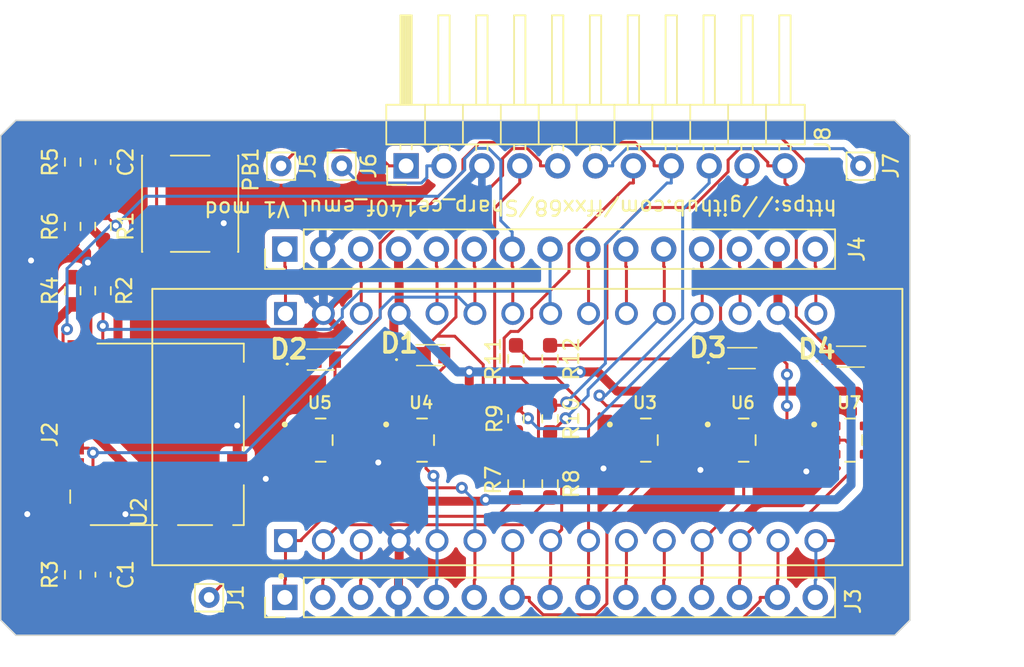
<source format=kicad_pcb>
(kicad_pcb (version 20221018) (generator pcbnew)
  (title_block (title "Sharp CE-140F Emulator") (date "2022-11-15") (rev "1") (comment 4 "AISLER Project ID: DIQRWUOC"))
  (layers (0 "F.Cu" signal) (31 "B.Cu" signal) (34 "B.Paste" user) (35 "F.Paste" user) (36 "B.SilkS" user "B.Silkscreen") (37 "F.SilkS" user "F.Silkscreen") (38 "B.Mask" user) (39 "F.Mask" user) (44 "Edge.Cuts" user))
  (property "CONFIGURATIONPARAMETERS" "")
  (property "CONFIGURATORNAME" "")
  (property "DOCUMENTNUMBER" "MB1136")
  (property "ISUSERCONFIGURABLE" "")
  (property "PROJECT" "NUCLEO-XXXXRX")
  (property "SHEETTOTAL" "5")
  (property "VERSIONCONTROL_PROJFOLDERREVNUMBER" "")
  (property "VERSIONCONTROL_REVNUMBER" "")
  (net 0 "")
  (net 1 "/conn_dout")
  (net 2 "/conn_din")
  (net 3 "/conn_sel2")
  (net 4 "/conn_sel1")
  (net 5 "+5V")
  (net 6 "GND")
  (net 7 "/conn_busy")
  (net 8 "/conn_xout")
  (net 9 "/conn_ack")
  (net 10 "+3V3")
  (net 11 "/sd_cd")
  (net 12 "/Level Conv2/conv_HV")
  (net 13 "/Level Conv3/conv_HV")
  (net 14 "/Level Conv4/conv_HV")
  (net 15 "/Level Conv5/conv_HV")
  (net 16 "/rc_btn")
  (net 17 "CN3_1")
  (net 18 "CN3_2")
  (net 19 "CN4_7")
  (net 20 "CN4_8")
  (net 21 "CN3_3")
  (net 22 "CN3_10")
  (net 23 "CN3_11")
  (net 24 "CN3_5")
  (net 25 "CN3_6")
  (net 26 "CN3_7")
  (net 27 "CN3_8")
  (net 28 "CN4_1")
  (net 29 "CN4_3")
  (net 30 "CN4_5")
  (net 31 "CN4_6")
  (net 32 "CN4_9")
  (net 33 "CN4_10")
  (net 34 "CN4_13")
  (net 35 "CN4_15")
  (net 36 "CN3_15")
  (net 37 "CN3_14")
  (net 38 "CN3_9")
  (net 39 "CN3_12")
  (net 40 "CN3_13")
  (net 41 "CN4_11")
  (net 42 "CN4_12")
  (net 43 "/conn_mtout2")
  (net 44 "/conn_vgg")
  (net 53 "/conn_xin")
  (footprint "Connector_Card:microSD_HC_Molex_104031-0811" (layer "F.Cu") (at 159.8295 137.922 90)
    (fp_text reference "J2")
    (fp_text value "Micro_SD_Card_Det")
  )
  (footprint "Capacitor_SMD:C_0603_1608Metric_Pad1.08x0.95mm_HandSolder" (layer "F.Cu") (at 156.21 147.32 90)
    (fp_text reference "C1")
    (fp_text value "100n")
  )
  (footprint "Resistor_SMD:R_0603_1608Metric_Pad0.98x0.95mm_HandSolder" (layer "F.Cu") (at 154.178 128.27 90)
    (fp_text reference "R4")
    (fp_text value "47k")
  )
  (footprint "Resistor_SMD:R_0603_1608Metric_Pad0.98x0.95mm_HandSolder" (layer "F.Cu") (at 156.21 123.952 90)
    (fp_text reference "R1")
    (fp_text value "47k")
  )
  (footprint "Connector_Pin:Pin_D0.7mm_L6.5mm_W1.8mm_FlatFork" (layer "F.Cu") (at 163.322 148.844 90)
    (fp_text reference "J1")
    (fp_text value "Conn_01x01")
  )
  (footprint "MyLibrary:CUHS20S40H3F" (layer "F.Cu") (at 178.139 132.59)
    (fp_text reference "D1")
    (fp_text value "CUHS20S30,H3F" hide)
  )
  (footprint "SN74LV1T34DBVRG4:SOT95P280X145-5N" (layer "F.Cu") (at 199.164 138.29)
    (fp_text reference "U6")
    (fp_text value "SN74LV1T34DBVRG4")
  )
  (footprint "Resistor_SMD:R_0603_1608Metric_Pad0.98x0.95mm_HandSolder" (layer "F.Cu") (at 186.182 141.224 -90)
    (fp_text reference "R8")
    (fp_text value "10k")
  )
  (footprint "MyLibrary:CUHS20S40H3F" (layer "F.Cu") (at 170.814 132.89)
    (fp_text reference "D2")
    (fp_text value "CUHS20S30,H3F" hide)
  )
  (footprint "SN74LV1T34DBVRG4:SOT95P280X145-5N" (layer "F.Cu") (at 206.3015 138.29)
    (fp_text reference "U7")
    (fp_text value "SN74LV1T34DBVRG4")
  )
  (footprint "SN74LV1T34DBVRG4:SOT95P280X145-5N" (layer "F.Cu") (at 170.8015 138.29)
    (fp_text reference "U5")
    (fp_text value "SN74LV1T34DBVRG4")
  )
  (footprint "Connector_Pin:Pin_D0.7mm_L6.5mm_W1.8mm_FlatFork" (layer "F.Cu") (at 168.148 119.888 90)
    (fp_text reference "J5")
    (fp_text value "Conn_01x01")
  )
  (footprint "Resistor_SMD:R_0603_1608Metric_Pad0.98x0.95mm_HandSolder" (layer "F.Cu") (at 154.178 147.32 -90)
    (fp_text reference "R3")
    (fp_text value "47k")
  )
  (footprint "Resistor_SMD:R_0603_1608Metric_Pad0.98x0.95mm_HandSolder" (layer "F.Cu") (at 154.178 123.952 90)
    (fp_text reference "R6")
    (fp_text value "100")
  )
  (footprint "MyLibrary:MODULE_NUCLEO-L432KC" (layer "F.Cu") (at 184.658 137.414 90)
    (fp_text reference "U2")
    (fp_text value "NUCLEO-L432KC")
  )
  (footprint "Connector_Pin:Pin_D0.7mm_L6.5mm_W1.8mm_FlatFork" (layer "F.Cu") (at 172.212 119.888 90)
    (fp_text reference "J6")
    (fp_text value "Conn_01x01")
  )
  (footprint "Connector_PinHeader_2.54mm:PinHeader_1x11_P2.54mm_Horizontal" (layer "F.Cu") (at 176.53 119.888 90)
    (fp_text reference "J8")
    (fp_text value "Sharp PC 11-pin")
  )
  (footprint "Connector_Pin:Pin_D0.7mm_L6.5mm_W1.8mm_FlatFork" (layer "F.Cu") (at 207.01 119.888 90)
    (fp_text reference "J7")
    (fp_text value "Conn_01x01")
  )
  (footprint "MyLibrary:CUHS20S40H3F" (layer "F.Cu") (at 206.339 132.69)
    (fp_text reference "D4")
    (fp_text value "CUHS20S30,H3F" hide)
  )
  (footprint "Resistor_SMD:R_0603_1608Metric_Pad0.98x0.95mm_HandSolder" (layer "F.Cu") (at 156.21 128.27 -90)
    (fp_text reference "R2")
    (fp_text value "47k")
  )
  (footprint "SN74LV1T34DBVRG4:SOT95P280X145-5N" (layer "F.Cu") (at 192.6015 138.29)
    (fp_text reference "U3")
    (fp_text value "SN74LV1T34DBVRG4")
  )
  (footprint "Resistor_SMD:R_0603_1608Metric_Pad0.98x0.95mm_HandSolder" (layer "F.Cu") (at 186.182 136.859 -90)
    (fp_text reference "R10")
    (fp_text value "10k")
  )
  (footprint "Resistor_SMD:R_0603_1608Metric_Pad0.98x0.95mm_HandSolder" (layer "F.Cu") (at 183.896 141.224 -90)
    (fp_text reference "R7")
    (fp_text value "10k")
  )
  (footprint "Resistor_SMD:R_0603_1608Metric_Pad0.98x0.95mm_HandSolder" (layer "F.Cu") (at 186.182 132.842 -90)
    (fp_text reference "R12")
    (fp_text value "10k")
  )
  (footprint "SN74LV1T34DBVRG4:SOT95P280X145-5N" (layer "F.Cu") (at 177.6015 138.29)
    (fp_text reference "U4")
    (fp_text value "SN74LV1T34DBVRG4")
  )
  (footprint "Button_Switch_SMD:SW_Push_1P1T_NO_6x6mm_H9.5mm" (layer "F.Cu") (at 162.052 122.428 90)
    (fp_text reference "PB1")
    (fp_text value "User_button")
  )
  (footprint "MyLibrary:CUHS20S40H3F" (layer "F.Cu") (at 199.039 132.79)
    (fp_text reference "D3")
    (fp_text value "CUHS20S30,H3F" hide)
  )
  (footprint "Capacitor_SMD:C_0603_1608Metric_Pad1.08x0.95mm_HandSolder" (layer "F.Cu") (at 156.21 119.634 -90)
    (fp_text reference "C2")
    (fp_text value "100n")
  )
  (footprint "Resistor_SMD:R_0603_1608Metric_Pad0.98x0.95mm_HandSolder" (layer "F.Cu") (at 183.896 136.859 90)
    (fp_text reference "R9")
    (fp_text value "10k")
  )
  (footprint "Resistor_SMD:R_0603_1608Metric_Pad0.98x0.95mm_HandSolder" (layer "F.Cu") (at 154.178 119.634 -90)
    (fp_text reference "R5")
    (fp_text value "47k")
  )
  (footprint "Connector_PinHeader_2.54mm:PinHeader_1x15_P2.54mm_Vertical" (layer "F.Cu") (at 168.402 125.476 90)
    (fp_text reference "J4")
    (fp_text value "Conn_01x15")
  )
  (footprint "Resistor_SMD:R_0603_1608Metric_Pad0.98x0.95mm_HandSolder" (layer "F.Cu") (at 183.896 132.842 -90)
    (fp_text reference "R11")
    (fp_text value "10k")
  )
  (footprint "Connector_PinHeader_2.54mm:PinHeader_1x15_P2.54mm_Vertical" (layer "F.Cu") (at 168.402 148.844 90)
    (fp_text reference "J3")
    (fp_text value "Conn_01x15")
  )
  (gr_line (start 150.368 116.84) (end 149.352 117.856) (stroke (width 0.1)) (layer "Edge.Cuts"))
  (gr_line (start 149.352 150.368) (end 150.368 151.384) (stroke (width 0.1)) (layer "Edge.Cuts"))
  (gr_line (start 210.312 150.368) (end 209.296 151.384) (stroke (width 0.1)) (layer "Edge.Cuts"))
  (gr_line (start 209.296 116.84) (end 210.312 117.856) (stroke (width 0.1)) (layer "Edge.Cuts"))
  (gr_line (start 210.312 117.856) (end 210.312 150.368) (stroke (width 0.1)) (layer "Edge.Cuts"))
  (gr_line (start 209.296 151.384) (end 150.368 151.384) (stroke (width 0.1)) (layer "Edge.Cuts"))
  (gr_line (start 150.368 116.84) (end 209.296 116.84) (stroke (width 0.1)) (layer "Edge.Cuts"))
  (gr_line (start 149.352 117.856) (end 149.352 150.368) (stroke (width 0.1)) (layer "Edge.Cuts"))
  (gr_text "V1 mod" (at 165.864 122.79 180) (layer "F.SilkS") (effects (font (size 1 1))))
  (gr_text "https://github.com/ffxx68/Sharp_ce140f_emul" (at 187.452 122.682 -180) (layer "F.SilkS") (effects (font (size 1 1))))
  (segment (start 179.788569 131.314569) (end 181.7019 133.2279) (width 0.2) (layer "F.Cu") (net 1))
  (segment (start 185.5397 119.888) (end 185.5397 119.6004) (width 0.2) (layer "F.Cu") (net 1))
  (segment (start 181.7019 133.2279) (end 181.7019 139.3671) (width 0.2) (layer "F.Cu") (net 1))
  (segment (start 183.4445 141.1097) (end 185.3838 141.1097) (width 0.2) (layer "F.Cu") (net 1))
  (segment (start 179.873 130.030138) (end 177.313138 132.59) (width 0.2) (layer "F.Cu") (net 1))
  (segment (start 177.313138 132.59) (end 177.189 132.59) (width 0.2) (layer "F.Cu") (net 1))
  (segment (start 182.9996 119.3832) (end 182.9996 120.5216) (width 0.2) (layer "F.Cu") (net 1))
  (segment (start 185.5397 119.6004) (end 184.6641 118.7248) (width 0.2) (layer "F.Cu") (net 1))
  (segment (start 186.69 119.888) (end 185.5397 119.888) (width 0.2) (layer "F.Cu") (net 1))
  (segment (start 184.6641 118.7248) (end 183.658 118.7248) (width 0.2) (layer "F.Cu") (net 1))
  (segment (start 178.588569 131.314569) (end 179.788569 131.314569) (width 0.2) (layer "F.Cu") (net 1))
  (segment (start 182.9996 120.5216) (end 179.873 123.6482) (width 0.2) (layer "F.Cu") (net 1))
  (segment (start 183.658 118.7248) (end 182.9996 119.3832) (width 0.2) (layer "F.Cu") (net 1))
  (segment (start 185.3838 141.1097) (end 186.182 140.3115) (width 0.2) (layer "F.Cu") (net 1))
  (segment (start 179.873 123.6482) (end 179.873 130.030138) (width 0.2) (layer "F.Cu") (net 1))
  (segment (start 181.7019 139.3671) (end 183.4445 141.1097) (width 0.2) (layer "F.Cu") (net 1))
  (segment (start 170.714 132.04) (end 172.783138 132.04) (width 0.2) (layer "F.Cu") (net 2))
  (segment (start 172.783138 132.04) (end 174.793 130.030138) (width 0.2) (layer "F.Cu") (net 2))
  (segment (start 180.34 120.2733) (end 180.34 119.4643) (width 0.2) (layer "F.Cu") (net 2))
  (segment (start 176.4727 123.3955) (end 177.2178 123.3955) (width 0.2) (layer "F.Cu") (net 2))
  (segment (start 186.182 135.9465) (end 187.0829 135.9465) (width 0.2) (layer "F.Cu") (net 2))
  (segment (start 177.2178 123.3955) (end 180.34 120.2733) (width 0.2) (layer "F.Cu") (net 2))
  (segment (start 174.793 130.030138) (end 174.793 125.0752) (width 0.2) (layer "F.Cu") (net 2))
  (segment (start 191.8719 118.3126) (end 193.1597 119.6004) (width 0.2) (layer "F.Cu") (net 2))
  (segment (start 181.4917 118.3126) (end 191.8719 118.3126) (width 0.2) (layer "F.Cu") (net 2))
  (segment (start 180.34 119.4643) (end 181.4917 118.3126) (width 0.2) (layer "F.Cu") (net 2))
  (segment (start 193.1597 119.6004) (end 193.1597 119.888) (width 0.2) (layer "F.Cu") (net 2))
  (segment (start 169.864 132.89) (end 170.714 132.04) (width 0.2) (layer "F.Cu") (net 2))
  (segment (start 174.793 125.0752) (end 176.4727 123.3955) (width 0.2) (layer "F.Cu") (net 2))
  (segment (start 187.0829 135.9465) (end 187.2687 135.7607) (width 0.2) (layer "F.Cu") (net 2))
  (segment (start 193.1597 119.888) (end 194.31 119.888) (width 0.2) (layer "F.Cu") (net 2))
  (via (at 187.2687 135.7607) (size 0.8) (drill 0.4) (layers "F.Cu" "B.Cu") (net 2))
  (segment (start 187.2687 135.7607) (end 189.8895 133.1399) (width 0.2) (layer "B.Cu") (net 2))
  (segment (start 194.0224 121.0383) (end 194.31 121.0383) (width 0.2) (layer "B.Cu") (net 2))
  (segment (start 189.8895 133.1399) (end 189.8895 125.1712) (width 0.2) (layer "B.Cu") (net 2))
  (segment (start 194.31 119.888) (end 194.31 121.0383) (width 0.2) (layer "B.Cu") (net 2))
  (segment (start 189.8895 125.1712) (end 194.0224 121.0383) (width 0.2) (layer "B.Cu") (net 2))
  (segment (start 197.6154 122.8129) (end 199.39 121.0383) (width 0.2) (layer "F.Cu") (net 3))
  (segment (start 197.6154 132.3164) (end 197.6154 122.8129) (width 0.2) (layer "F.Cu") (net 3))
  (segment (start 198.089 132.79) (end 197.6154 132.3164) (width 0.2) (layer "F.Cu") (net 3))
  (segment (start 183.896 131.9295) (end 184.8085 132.842) (width 0.2) (layer "F.Cu") (net 3))
  (segment (start 199.39 121.0383) (end 199.39 119.888) (width 0.2) (layer "F.Cu") (net 3))
  (segment (start 184.8085 132.842) (end 197.7105 132.842) (width 0.2) (layer "F.Cu") (net 3))
  (segment (start 189.992 130.1025) (end 189.992 125.0597) (width 0.2) (layer "F.Cu") (net 4))
  (segment (start 192.3697 122.682) (end 195.7203 122.682) (width 0.2) (layer "F.Cu") (net 4))
  (segment (start 202.692 129.993) (end 202.692 121.8003) (width 0.2) (layer "F.Cu") (net 4))
  (segment (start 198.12 119.4952) (end 198.8824 118.7328) (width 0.2) (layer "F.Cu") (net 4))
  (segment (start 201.93 119.888) (end 200.7797 119.888) (width 0.2) (layer "F.Cu") (net 4))
  (segment (start 199.8629 118.7328) (end 200.7797 119.6496) (width 0.2) (layer "F.Cu") (net 4))
  (segment (start 186.182 131.9295) (end 188.165 131.9295) (width 0.2) (layer "F.Cu") (net 4))
  (segment (start 202.692 121.8003) (end 201.93 121.0383) (width 0.2) (layer "F.Cu") (net 4))
  (segment (start 201.93 121.0383) (end 201.93 119.888) (width 0.2) (layer "F.Cu") (net 4))
  (segment (start 195.7203 122.682) (end 198.12 120.2823) (width 0.2) (layer "F.Cu") (net 4))
  (segment (start 198.8824 118.7328) (end 199.8629 118.7328) (width 0.2) (layer "F.Cu") (net 4))
  (segment (start 189.992 125.0597) (end 192.3697 122.682) (width 0.2) (layer "F.Cu") (net 4))
  (segment (start 188.165 131.9295) (end 189.992 130.1025) (width 0.2) (layer "F.Cu") (net 4))
  (segment (start 200.7797 119.6496) (end 200.7797 119.888) (width 0.2) (layer "F.Cu") (net 4))
  (segment (start 198.12 120.2823) (end 198.12 119.4952) (width 0.2) (layer "F.Cu") (net 4))
  (segment (start 205.389 132.69) (end 202.692 129.993) (width 0.2) (layer "F.Cu") (net 4))
  (segment (start 175.689 131.5593) (end 175.7083 131.54) (width 0.6) (layer "F.Cu") (net 5))
  (segment (start 188.1819 133.713) (end 189.3861 133.713) (width 0.6) (layer "F.Cu") (net 5))
  (segment (start 176.022 125.476) (end 176.022 126.8263) (width 0.6) (layer "F.Cu") (net 5))
  (segment (start 198.9764 135.0024) (end 200.419 136.445) (width 0.6) (layer "F.Cu") (net 5))
  (segment (start 207.5565 135.7825) (end 206.7764 135.0024) (width 0.6) (layer "F.Cu") (net 5))
  (segment (start 193.8565 136.0949) (end 192.764 135.0024) (width 0.6) (layer "F.Cu") (net 5))
  (segment (start 175.7083 130.1487) (end 176.063 129.794) (width 0.6) (layer "F.Cu") (net 5))
  (segment (start 189.3861 133.713) (end 190.6755 135.0024) (width 0.6) (layer "F.Cu") (net 5))
  (segment (start 173.3179 137.34) (end 175.7083 134.9496) (width 0.6) (layer "F.Cu") (net 5))
  (segment (start 175.689 133.6207) (end 175.689 131.5593) (width 0.6) (layer "F.Cu") (net 5))
  (segment (start 190.6755 135.0024) (end 192.764 135.0024) (width 0.6) (layer "F.Cu") (net 5))
  (segment (start 178.8565 137.34) (end 178.914 137.34) (width 0.6) (layer "F.Cu") (net 5))
  (segment (start 175.7083 134.9496) (end 175.7083 133.64) (width 0.6) (layer "F.Cu") (net 5))
  (segment (start 178.914 137.34) (end 180.764 135.49) (width 0.6) (layer "F.Cu") (net 5))
  (segment (start 172.0565 137.34) (end 173.3179 137.34) (width 0.6) (layer "F.Cu") (net 5))
  (segment (start 175.7083 133.64) (end 175.689 133.6207) (width 0.6) (layer "F.Cu") (net 5))
  (segment (start 176.022 126.8263) (end 176.063 126.8673) (width 0.6) (layer "F.Cu") (net 5))
  (segment (start 192.764 135.0024) (end 198.9764 135.0024) (width 0.6) (layer "F.Cu") (net 5))
  (segment (start 207.5565 137.34) (end 207.5565 135.7825) (width 0.6) (layer "F.Cu") (net 5))
  (segment (start 176.063 126.8673) (end 176.063 129.794) (width 0.6) (layer "F.Cu") (net 5))
  (segment (start 206.7764 135.0024) (end 198.9764 135.0024) (width 0.6) (layer "F.Cu") (net 5))
  (segment (start 180.764 135.49) (end 180.764 133.713) (width 0.6) (layer "F.Cu") (net 5))
  (segment (start 175.7083 131.54) (end 175.7083 130.1487) (width 0.6) (layer "F.Cu") (net 5))
  (segment (start 200.419 136.445) (end 200.419 137.34) (width 0.6) (layer "F.Cu") (net 5))
  (segment (start 193.8565 137.34) (end 193.8565 136.0949) (width 0.6) (layer "F.Cu") (net 5))
  (via (at 180.764 133.713) (size 0.8) (drill 0.4) (layers "F.Cu" "B.Cu") (net 5))
  (via (at 188.1819 133.713) (size 0.8) (drill 0.4) (layers "F.Cu" "B.Cu") (net 5))
  (segment (start 176.063 129.794) (end 179.982 133.713) (width 0.6) (layer "B.Cu") (net 5))
  (segment (start 188.1819 133.713) (end 180.764 133.713) (width 0.6) (layer "B.Cu") (net 5))
  (segment (start 179.982 133.713) (end 180.764 133.713) (width 0.6) (layer "B.Cu") (net 5))
  (segment (start 167.122 140.8885) (end 167.1063 140.8885) (width 0.6) (layer "F.Cu") (net 6))
  (segment (start 155.4298 132.7717) (end 155.4298 135.527) (width 0.6) (layer "F.Cu") (net 6))
  (segment (start 154.178 125.364) (end 155.1939 126.3799) (width 0.6) (layer "F.Cu") (net 6))
  (segment (start 191.3465 139.24) (end 191.514 139.24) (width 0.6) (layer "F.Cu") (net 6))
  (segment (start 167.1063 140.8885) (end 166.3798 140.162) (width 0.6) (layer "F.Cu") (net 6))
  (segment (start 169.7109 131.0661) (end 170.983 129.794) (width 0.6) (layer "F.Cu") (net 6))
  (segment (start 167.1107 130.8355) (end 165.2045 132.7417) (width 0.6) (layer "F.Cu") (net 6))
  (segment (start 155.1939 126.3799) (end 155.1939 131.7026) (width 0.6) (layer "F.Cu") (net 6))
  (segment (start 169.5465 139.24) (end 168.7705 139.24) (width 0.6) (layer "F.Cu") (net 6))
  (segment (start 165.2045 140.162) (end 166.3798 140.162) (width 0.6) (layer "F.Cu") (net 6))
  (segment (start 191.3465 139.24) (end 190.314 139.24) (width 0.6) (layer "F.Cu") (net 6))
  (segment (start 197.909 139.24) (end 196.914 139.24) (width 0.6) (layer "F.Cu") (net 6))
  (segment (start 175.114 139.24) (end 174.664 139.69) (width 0.6) (layer "F.Cu") (net 6))
  (segment (start 157.7116 143.2582) (end 156.969 143.2582) (width 0.6) (layer "F.Cu") (net 6))
  (segment (start 154.7773 132.1192) (end 154.7295 132.167) (width 0.6) (layer "F.Cu") (net 6))
  (segment (start 176.063 147.4527) (end 176.063 145.034) (width 0.6) (layer "F.Cu") (net 6))
  (segment (start 176.022 148.844) (end 176.022 147.4937) (width 0.6) (layer "F.Cu") (net 6))
  (segment (start 167.3413 131.0661) (end 169.7109 131.0661) (width 0.6) (layer "F.Cu") (net 6))
  (segment (start 156.969 143.2582) (end 156.21 144.0172) (width 0.6) (layer "F.Cu") (net 6))
  (segment (start 196.564 139.59) (end 196.264 139.89) (width 0.6) (layer "F.Cu") (net 6))
  (segment (start 154.178 124.8645) (end 154.178 125.364) (width 0.6) (layer "F.Cu") (net 6))
  (segment (start 164.302 123.734) (end 164.302 126.403) (width 0.6) (layer "F.Cu") (net 6))
  (segment (start 165.2045 140.162) (end 165.2045 137.3095) (width 0.6) (layer "F.Cu") (net 6))
  (segment (start 154.3795 135.527) (end 155.4298 135.527) (width 0.6) (layer "F.Cu") (net 6))
  (segment (start 155.1939 131.7026) (end 154.7773 132.1192) (width 0.6) (layer "F.Cu") (net 6))
  (segment (start 168.7705 139.24) (end 167.122 140.8885) (width 0.6) (layer "F.Cu") (net 6))
  (segment (start 164.302 118.453) (end 164.302 123.734) (width 0.6) (layer "F.Cu") (net 6))
  (segment (start 165.2045 137.3095) (end 165.2045 134.192) (width 0.6) (layer "F.Cu") (net 6))
  (segment (start 189.964 139.59) (end 189.764 139.79) (width 0.6) (layer "F.Cu") (net 6))
  (segment (start 176.3465 139.24) (end 175.114 139.24) (width 0.6) (layer "F.Cu") (net 6))
  (segment (start 174.664 139.69) (end 174.664 139.79) (width 0.6) (layer "F.Cu") (net 6))
  (segment (start 176.022 147.4937) (end 176.063 147.4527) (width 0.6) (layer "F.Cu") (net 6))
  (segment (start 196.264 139.89) (end 196.264 140.29) (width 0.6) (layer "F.Cu") (net 6))
  (segment (start 203.464 139.79) (end 203.364 139.89) (width 0.6) (layer "F.Cu") (net 6))
  (segment (start 196.914 139.24) (end 196.564 139.59) (width 0.6) (layer "F.Cu") (net 6))
  (segment (start 164.302 126.403) (end 164.302 128.0268) (width 0.6) (layer "F.Cu") (net 6))
  (segment (start 204.014 139.24) (end 203.464 139.79) (width 0.6) (layer "F.Cu") (net 6))
  (segment (start 205.0465 139.24) (end 204.014 139.24) (width 0.6) (layer "F.Cu") (net 6))
  (segment (start 154.7773 132.1192) (end 155.4298 132.7717) (width 0.6) (layer "F.Cu") (net 6))
  (segment (start 190.314 139.24) (end 189.964 139.59) (width 0.6) (layer "F.Cu") (net 6))
  (segment (start 164.302 128.0268) (end 167.1107 130.8355) (width 0.6) (layer "F.Cu") (net 6))
  (segment (start 203.364 139.89) (end 203.364 140.39) (width 0.6) (layer "F.Cu") (net 6))
  (segment (start 156.21 146.4575) (end 156.21 144.0172) (width 0.6) (layer "F.Cu") (net 6))
  (segment (start 189.764 139.79) (end 189.764 140.19) (width 0.6) (layer "F.Cu") (net 6))
  (segment (start 156.21 144.0172) (end 155.6798 143.487) (width 0.6) (layer "F.Cu") (net 6))
  (segment (start 154.5045 143.487) (end 155.6798 143.487) (width 0.6) (layer "F.Cu") (net 6))
  (segment (start 167.1107 130.8355) (end 167.3413 131.0661) (width 0.6) (layer "F.Cu") (net 6))
  (segment (start 165.2045 134.192) (end 165.2045 132.7417) (width 0.6) (layer "F.Cu") (net 6))
  (via (at 167.122 140.8885) (size 0.8) (drill 0.4) (layers "F.Cu" "B.Cu") (net 6))
  (via (at 151.13 143.256) (size 0.8) (drill 0.4) (layers "F.Cu" "B.Cu") (net 6))
  (via (at 174.664 139.79) (size 0.8) (drill 0.4) (layers "F.Cu" "B.Cu") (net 6))
  (via (at 165.2045 137.3095) (size 0.8) (drill 0.4) (layers "F.Cu" "B.Cu") (net 6))
  (via (at 189.764 140.19) (size 0.8) (drill 0.4) (layers "F.Cu" "B.Cu") (net 6))
  (via (at 157.7116 143.2582) (size 0.8) (drill 0.4) (layers "F.Cu" "B.Cu") (net 6))
  (via (at 196.264 140.29) (size 0.8) (drill 0.4) (layers "F.Cu" "B.Cu") (net 6))
  (via (at 164.302 123.734) (size 0.8) (drill 0.4) (layers "F.Cu" "B.Cu") (net 6))
  (via (at 151.384 126.238) (size 0.8) (drill 0.4) (layers "F.Cu" "B.Cu") (net 6))
  (via (at 203.364 140.39) (size 0.8) (drill 0.4) (layers "F.Cu" "B.Cu") (net 6))
  (via (at 155.1939 126.3799) (size 0.8) (drill 0.4) (layers "F.Cu" "B.Cu") (net 6))
  (segment (start 167.122 140.8885) (end 160.0813 140.8885) (width 0.6) (layer "B.Cu") (net 6))
  (segment (start 174.664 139.79) (end 173.5655 140.8885) (width 0.6) (layer "B.Cu") (net 6))
  (segment (start 196.364 140.39) (end 196.264 140.29) (width 0.6) (layer "B.Cu") (net 6))
  (segment (start 189.364 139.79) (end 174.664 139.79) (width 0.6) (layer "B.Cu") (net 6))
  (segment (start 160.0813 140.8885) (end 157.7116 143.2582) (width 0.6) (layer "B.Cu") (net 6))
  (segment (start 173.4542 122.9638) (end 178.5342 122.9638) (width 0.6) (layer "B.Cu") (net 6))
  (segment (start 170.3465 127.4218) (end 170.942 126.8263) (width 0.6) (layer "B.Cu") (net 6))
  (segment (start 196.264 140.29) (end 189.864 140.29) (width 0.6) (layer "B.Cu") (net 6))
  (segment (start 189.764 140.19) (end 189.364 139.79) (width 0.6) (layer "B.Cu") (net 6))
  (segment (start 156.2358 127.4218) (end 170.3465 127.4218) (width 0.6) (layer "B.Cu") (net 6))
  (segment (start 170.3465 127.4218) (end 170.983 128.0583) (width 0.6) (layer "B.Cu") (net 6))
  (segment (start 155.1939 126.3799) (end 156.2358 127.4218) (width 0.6) (layer "B.Cu") (net 6))
  (segment (start 203.364 140.39) (end 196.364 140.39) (width 0.6) (layer "B.Cu") (net 6))
  (segment (start 168.164 143.19) (end 167.122 142.148) (width 0.6) (layer "B.Cu") (net 6))
  (segment (start 167.122 142.148) (end 167.122 140.8885) (width 0.6) (layer "B.Cu") (net 6))
  (segment (start 170.942 125.476) (end 173.4542 122.9638) (width 0.6) (layer "B.Cu") (net 6))
  (segment (start 178.5342 122.9638) (end 181.61 119.888) (width 0.6) (layer "B.Cu") (net 6))
  (segment (start 176.063 145.034) (end 174.219 143.19) (width 0.6) (layer "B.Cu") (net 6))
  (segment (start 189.864 140.29) (end 189.764 140.19) (width 0.6) (layer "B.Cu") (net 6))
  (segment (start 170.983 128.0583) (end 170.983 129.794) (width 0.6) (layer "B.Cu") (net 6))
  (segment (start 174.219 143.19) (end 168.164 143.19) (width 0.6) (layer "B.Cu") (net 6))
  (segment (start 173.5655 140.8885) (end 167.122 140.8885) (width 0.6) (layer "B.Cu") (net 6))
  (segment (start 170.942 125.476) (end 170.942 126.8263) (width 0.6) (layer "B.Cu") (net 6))
  (segment (start 182.4684 138.8839) (end 182.4684 122.7199) (width 0.2) (layer "F.Cu") (net 7))
  (segment (start 183.896 140.3115) (end 182.4684 138.8839) (width 0.2) (layer "F.Cu") (net 7))
  (segment (start 184.15 119.888) (end 184.15 121.0383) (width 0.2) (layer "F.Cu") (net 7))
  (segment (start 182.4684 122.7199) (end 184.15 121.0383) (width 0.2) (layer "F.Cu") (net 7))
  (segment (start 187.452 126.9943) (end 187.452 125.118) (width 0.2) (layer "F.Cu") (net 8))
  (segment (start 183.1045 136.98) (end 183.1045 131.4371) (width 0.2) (layer "F.Cu") (net 8))
  (segment (start 184.0408 131) (end 184.953 130.0878) (width 0.2) (layer "F.Cu") (net 8))
  (segment (start 191.77 119.888) (end 191.77 121.0383) (width 0.2) (layer "F.Cu") (net 8))
  (segment (start 183.1045 131.4371) (end 183.5416 131) (width 0.2) (layer "F.Cu") (net 8))
  (segment (start 184.953 129.4933) (end 187.452 126.9943) (width 0.2) (layer "F.Cu") (net 8))
  (segment (start 183.896 137.7715) (end 183.1045 136.98) (width 0.2) (layer "F.Cu") (net 8))
  (segment (start 187.452 125.118) (end 191.5317 121.0383) (width 0.2) (layer "F.Cu") (net 8))
  (segment (start 191.5317 121.0383) (end 191.77 121.0383) (width 0.2) (layer "F.Cu") (net 8))
  (segment (start 184.953 130.0878) (end 184.953 129.4933) (width 0.2) (layer "F.Cu") (net 8))
  (segment (start 183.5416 131) (end 184.0408 131) (width 0.2) (layer "F.Cu") (net 8))
  (segment (start 193.8565 139.24) (end 192.464 137.8475) (width 0.2) (layer "F.Cu") (net 9))
  (segment (start 189.491 135.517) (end 189.491 135.2976) (width 0.2) (layer "F.Cu") (net 9))
  (segment (start 192.464 136.69) (end 191.764 135.99) (width 0.2) (layer "F.Cu") (net 9))
  (segment (start 192.464 137.8475) (end 192.464 136.69) (width 0.2) (layer "F.Cu") (net 9))
  (segment (start 191.764 135.99) (end 189.964 135.99) (width 0.2) (layer "F.Cu") (net 9))
  (segment (start 189.964 135.99) (end 189.491 135.517) (width 0.2) (layer "F.Cu") (net 9))
  (via (at 189.491 135.2976) (size 0.8) (drill 0.4) (layers "F.Cu" "B.Cu") (net 9))
  (segment (start 189.9021 135.2976) (end 195.072 130.1277) (width 0.2) (layer "B.Cu") (net 9))
  (segment (start 196.85 119.888) (end 196.85 121.0383) (width 0.2) (layer "B.Cu") (net 9))
  (segment (start 195.072 130.1277) (end 195.072 122.8163) (width 0.2) (layer "B.Cu") (net 9))
  (segment (start 189.491 135.2976) (end 189.9021 135.2976) (width 0.2) (layer "B.Cu") (net 9))
  (segment (start 195.072 122.8163) (end 196.85 121.0383) (width 0.2) (layer "B.Cu") (net 9))
  (segment (start 156.21 148.1112) (end 155.8817 148.1112) (width 0.6) (layer "F.Cu") (net 10))
  (segment (start 153.3292 137.727) (end 152.8822 137.28) (width 0.6) (layer "F.Cu") (net 10))
  (segment (start 201.422 126.8263) (end 201.463 126.8673) (width 0.6) (layer "F.Cu") (net 10))
  (segment (start 155.194 121.5625) (end 154.178 120.5465) (width 0.6) (layer "F.Cu") (net 10))
  (segment (start 156.21 148.1112) (end 156.21 148.1825) (width 0.6) (layer "F.Cu") (net 10))
  (segment (start 181.7645 142.3895) (end 181.864 142.29) (width 0.6) (layer "F.Cu") (net 10))
  (segment (start 156.21 124.8645) (end 155.194 123.8485) (width 0.6) (layer "F.Cu") (net 10))
  (segment (start 159.5293 142.174) (end 159.7448 142.3895) (width 0.6) (layer "F.Cu") (net 10))
  (segment (start 152.8822 137.28) (end 152.8822 130.4783) (width 0.6) (layer "F.Cu") (net 10))
  (segment (start 152.8822 130.4783) (end 154.178 129.1825) (width 0.6) (layer "F.Cu") (net 10))
  (segment (start 157.2124 128.3599) (end 157.2124 135.9444) (width 0.6) (layer "F.Cu") (net 10))
  (segment (start 157.2124 135.9444) (end 155.4298 137.727) (width 0.6) (layer "F.Cu") (net 10))
  (segment (start 155.194 123.8485) (end 155.194 121.5625) (width 0.6) (layer "F.Cu") (net 10))
  (segment (start 201.422 125.476) (end 201.422 126.8263) (width 0.6) (layer "F.Cu") (net 10))
  (segment (start 156.21 127.3575) (end 157.2124 128.3599) (width 0.6) (layer "F.Cu") (net 10))
  (segment (start 158.8262 145.495) (end 156.21 148.1112) (width 0.6) (layer "F.Cu") (net 10))
  (segment (start 159.5293 142.174) (end 159.5293 141.8265) (width 0.6) (layer "F.Cu") (net 10))
  (segment (start 154.3795 137.727) (end 155.4298 137.727) (width 0.6) (layer "F.Cu") (net 10))
  (segment (start 159.7448 142.3895) (end 181.7645 142.3895) (width 0.6) (layer "F.Cu") (net 10))
  (segment (start 159.5293 141.8265) (end 155.4298 137.727) (width 0.6) (layer "F.Cu") (net 10))
  (segment (start 201.463 126.8673) (end 201.463 129.794) (width 0.6) (layer "F.Cu") (net 10))
  (segment (start 154.3795 137.727) (end 153.3292 137.727) (width 0.6) (layer "F.Cu") (net 10))
  (segment (start 159.5293 142.174) (end 158.8262 142.8771) (width 0.6) (layer "F.Cu") (net 10))
  (segment (start 156.21 127.3575) (end 156.21 124.8645) (width 0.6) (layer "F.Cu") (net 10))
  (segment (start 158.8262 142.8771) (end 158.8262 145.495) (width 0.6) (layer "F.Cu") (net 10))
  (segment (start 155.8817 148.1112) (end 154.178 146.4075) (width 0.6) (layer "F.Cu") (net 10))
  (via (at 181.864 142.29) (size 0.8) (drill 0.4) (layers "F.Cu" "B.Cu") (net 10))
  (segment (start 206.364 141.29) (end 205.364 142.29) (width 0.6) (layer "B.Cu") (net 10))
  (segment (start 205.364 142.29) (end 181.864 142.29) (width 0.6) (layer "B.Cu") (net 10))
  (segment (start 206.364 134.695) (end 206.364 141.29) (width 0.6) (layer "B.Cu") (net 10))
  (segment (start 201.463 129.794) (end 206.364 134.695) (width 0.6) (layer "B.Cu") (net 10))
  (segment (start 163.322 148.844) (end 164.2295 147.9365) (width 0.2) (layer "F.Cu") (net 11))
  (segment (start 164.2295 147.9365) (end 164.2295 143.662) (width 0.2) (layer "F.Cu") (net 11))
  (segment (start 178.8565 139.24) (end 178.8565 138.8825) (width 0.2) (layer "F.Cu") (net 12))
  (segment (start 177.764 137.79) (end 177.764 134.69) (width 0.2) (layer "F.Cu") (net 12))
  (segment (start 179.089 133.365) (end 179.089 132.59) (width 0.2) (layer "F.Cu") (net 12))
  (segment (start 177.764 134.69) (end 179.089 133.365) (width 0.2) (layer "F.Cu") (net 12))
  (segment (start 178.8565 138.8825) (end 177.764 137.79) (width 0.2) (layer "F.Cu") (net 12))
  (segment (start 170.964 136.29) (end 170.964 138.1475) (width 0.2) (layer "F.Cu") (net 13))
  (segment (start 170.964 138.1475) (end 172.0565 139.24) (width 0.2) (layer "F.Cu") (net 13))
  (segment (start 171.764 135.49) (end 170.964 136.29) (width 0.2) (layer "F.Cu") (net 13))
  (segment (start 171.764 132.89) (end 171.764 135.49) (width 0.2) (layer "F.Cu") (net 13))
  (segment (start 199.989 132.79) (end 201.664 132.79) (width 0.2) (layer "F.Cu") (net 14))
  (segment (start 201.664 132.79) (end 202.064 133.19) (width 0.2) (layer "F.Cu") (net 14))
  (segment (start 202.064 133.19) (end 202.064 133.89) (width 0.2) (layer "F.Cu") (net 14))
  (segment (start 202.064 135.99) (end 202.064 137.595) (width 0.2) (layer "F.Cu") (net 14))
  (segment (start 202.064 137.595) (end 200.419 139.24) (width 0.2) (layer "F.Cu") (net 14))
  (via (at 202.064 135.99) (size 0.8) (drill 0.4) (layers "F.Cu" "B.Cu") (net 14))
  (via (at 202.064 133.89) (size 0.8) (drill 0.4) (layers "F.Cu" "B.Cu") (net 14))
  (segment (start 202.064 133.89) (end 202.064 135.99) (width 0.2) (layer "B.Cu") (net 14))
  (segment (start 208.864 134.19) (end 208.864 138.69) (width 0.2) (layer "F.Cu") (net 15))
  (segment (start 207.364 132.69) (end 208.864 134.19) (width 0.2) (layer "F.Cu") (net 15))
  (segment (start 208.864 138.69) (end 208.314 139.24) (width 0.2) (layer "F.Cu") (net 15))
  (segment (start 208.314 139.24) (end 207.5565 139.24) (width 0.2) (layer "F.Cu") (net 15))
  (segment (start 207.289 132.69) (end 207.364 132.69) (width 0.2) (layer "F.Cu") (net 15))
  (segment (start 155.4164 119.7029) (end 153.7369 119.7029) (width 0.2) (layer "F.Cu") (net 16))
  (segment (start 153.7369 119.7029) (end 153.3514 120.0884) (width 0.2) (layer "F.Cu") (net 16))
  (segment (start 156.21 120.4965) (end 155.4164 119.7029) (width 0.2) (layer "F.Cu") (net 16))
  (segment (start 153.3514 122.2129) (end 154.178 123.0395) (width 0.2) (layer "F.Cu") (net 16))
  (segment (start 153.3514 120.0884) (end 153.3514 122.2129) (width 0.2) (layer "F.Cu") (net 16))
  (segment (start 169.5083 144.9593) (end 169.5083 145.034) (width 0.2) (layer "F.Cu") (net 17))
  (segment (start 171.0651 143.4025) (end 169.5083 144.9593) (width 0.2) (layer "F.Cu") (net 17))
  (segment (start 168.443 145.034) (end 169.5083 145.034) (width 0.2) (layer "F.Cu") (net 17))
  (segment (start 183.896 142.1365) (end 182.63 143.4025) (width 0.2) (layer "F.Cu") (net 17))
  (segment (start 168.402 147.6937) (end 168.443 147.6527) (width 0.2) (layer "F.Cu") (net 17))
  (segment (start 168.443 147.6527) (end 168.443 145.034) (width 0.2) (layer "F.Cu") (net 17))
  (segment (start 168.402 148.844) (end 168.402 147.6937) (width 0.2) (layer "F.Cu") (net 17))
  (segment (start 182.63 143.4025) (end 171.0651 143.4025) (width 0.2) (layer "F.Cu") (net 17))
  (segment (start 184.3499 143.9686) (end 186.182 142.1365) (width 0.2) (layer "F.Cu") (net 18))
  (segment (start 170.983 147.6527) (end 170.983 145.034) (width 0.2) (layer "F.Cu") (net 18))
  (segment (start 170.983 145.034) (end 172.0484 143.9686) (width 0.2) (layer "F.Cu") (net 18))
  (segment (start 172.0484 143.9686) (end 184.3499 143.9686) (width 0.2) (layer "F.Cu") (net 18))
  (segment (start 170.942 147.6937) (end 170.983 147.6527) (width 0.2) (layer "F.Cu") (net 18))
  (segment (start 170.942 148.844) (end 170.942 147.6937) (width 0.2) (layer "F.Cu") (net 18))
  (segment (start 183.683 126.6673) (end 183.683 129.794) (width 0.2) (layer "F.Cu") (net 19))
  (segment (start 153.5292 131.112) (end 153.7962 130.845) (width 0.2) (layer "F.Cu") (net 19))
  (segment (start 183.642 125.476) (end 183.642 126.6263) (width 0.2) (layer "F.Cu") (net 19))
  (segment (start 183.642 126.6263) (end 183.683 126.6673) (width 0.2) (layer "F.Cu") (net 19))
  (segment (start 157.0675 123.897) (end 156.21 123.0395) (width 0.2) (layer "F.Cu") (net 19))
  (segment (start 153.5292 134.427) (end 153.5292 131.112) (width 0.2) (layer "F.Cu") (net 19))
  (segment (start 154.3795 134.427) (end 153.5292 134.427) (width 0.2) (layer "F.Cu") (net 19))
  (via (at 157.0675 123.897) (size 0.8) (drill 0.4) (layers "F.Cu" "B.Cu") (net 19))
  (via (at 153.7962 130.845) (size 0.8) (drill 0.4) (layers "F.Cu" "B.Cu") (net 19))
  (segment (start 153.7962 126.7872) (end 153.7962 130.845) (width 0.2) (layer "B.Cu") (net 19))
  (segment (start 183.642 124.3257) (end 182.88 123.5637) (width 0.2) (layer "B.Cu") (net 19))
  (segment (start 157.0675 123.897) (end 156.6864 123.897) (width 0.2) (layer "B.Cu") (net 19))
  (segment (start 183.642 125.476) (end 183.642 124.3257) (width 0.2) (layer "B.Cu") (net 19))
  (segment (start 182.88 119.5279) (end 182.0642 118.7121) (width 0.2) (layer "B.Cu") (net 19))
  (segment (start 156.6864 123.897) (end 153.7962 126.7872) (width 0.2) (layer "B.Cu") (net 19))
  (segment (start 182.88 123.5637) (end 182.88 119.5279) (width 0.2) (layer "B.Cu") (net 19))
  (segment (start 181.1544 118.7121) (end 180.4596 119.4069) (width 0.2) (layer "B.Cu") (net 19))
  (segment (start 182.0642 118.7121) (end 181.1544 118.7121) (width 0.2) (layer "B.Cu") (net 19))
  (segment (start 180.4596 120.1573) (end 178.6908 121.9261) (width 0.2) (layer "B.Cu") (net 19))
  (segment (start 159.0384 121.9261) (end 157.0675 123.897) (width 0.2) (layer "B.Cu") (net 19))
  (segment (start 180.4596 119.4069) (end 180.4596 120.1573) (width 0.2) (layer "B.Cu") (net 19))
  (segment (start 178.6908 121.9261) (end 159.0384 121.9261) (width 0.2) (layer "B.Cu") (net 19))
  (segment (start 156.1954 135.6614) (end 155.2298 136.627) (width 0.2) (layer "F.Cu") (net 20))
  (segment (start 154.3795 136.627) (end 155.2298 136.627) (width 0.2) (layer "F.Cu") (net 20))
  (segment (start 156.21 130.6119) (end 156.1954 130.6265) (width 0.2) (layer "F.Cu") (net 20))
  (segment (start 156.21 129.1825) (end 156.21 130.6119) (width 0.2) (layer "F.Cu") (net 20))
  (segment (start 156.1954 130.6265) (end 156.1954 135.6614) (width 0.2) (layer "F.Cu") (net 20))
  (via (at 156.1954 130.6265) (size 0.8) (drill 0.4) (layers "F.Cu" "B.Cu") (net 20))
  (segment (start 186.182 128.2967) (end 186.182 129.753) (width 0.2) (layer "B.Cu") (net 20))
  (segment (start 172.253 129.5184) (end 172.253 130.0319) (width 0.2) (layer "B.Cu") (net 20))
  (segment (start 186.182 129.753) (end 186.223 129.794) (width 0.2) (layer "B.Cu") (net 20))
  (segment (start 186.182 126.6263) (end 186.182 128.2967) (width 0.2) (layer "B.Cu") (net 20))
  (segment (start 172.253 130.0319) (end 171.4255 130.8594) (width 0.2) (layer "B.Cu") (net 20))
  (segment (start 173.4747 128.2967) (end 172.253 129.5184) (width 0.2) (layer "B.Cu") (net 20))
  (segment (start 156.4283 130.8594) (end 156.1954 130.6265) (width 0.2) (layer "B.Cu") (net 20))
  (segment (start 186.182 128.2967) (end 173.4747 128.2967) (width 0.2) (layer "B.Cu") (net 20))
  (segment (start 186.182 125.476) (end 186.182 126.6263) (width 0.2) (layer "B.Cu") (net 20))
  (segment (start 171.4255 130.8594) (end 156.4283 130.8594) (width 0.2) (layer "B.Cu") (net 20))
  (segment (start 173.523 147.6527) (end 173.523 145.034) (width 0.2) (layer "F.Cu") (net 21))
  (segment (start 173.482 148.844) (end 173.482 147.6937) (width 0.2) (layer "F.Cu") (net 21))
  (segment (start 173.482 147.6937) (end 173.523 147.6527) (width 0.2) (layer "F.Cu") (net 21))
  (segment (start 191.303 147.6527) (end 191.303 145.034) (width 0.2) (layer "F.Cu") (net 22))
  (segment (start 191.262 147.6937) (end 191.303 147.6527) (width 0.2) (layer "F.Cu") (net 22))
  (segment (start 191.262 148.844) (end 191.262 147.6937) (width 0.2) (layer "F.Cu") (net 22))
  (segment (start 193.802 147.6937) (end 193.843 147.6527) (width 0.2) (layer "F.Cu") (net 23))
  (segment (start 193.843 147.6527) (end 193.843 145.034) (width 0.2) (layer "F.Cu") (net 23))
  (segment (start 193.802 148.844) (end 193.802 147.6937) (width 0.2) (layer "F.Cu") (net 23))
  (segment (start 177.264 138.29) (end 177.864 138.89) (width 0.2) (layer "F.Cu") (net 24))
  (segment (start 177.864 138.89) (end 177.864 140.19) (width 0.2) (layer "F.Cu") (net 24))
  (segment (start 176.3465 138.29) (end 177.264 138.29) (width 0.2) (layer "F.Cu") (net 24))
  (segment (start 177.864 140.19) (end 178.364 140.69) (width 0.2) (layer "F.Cu") (net 24))
  (via (at 178.364 140.69) (size 0.8) (drill 0.4) (layers "F.Cu" "B.Cu") (net 24))
  (segment (start 178.603 145.034) (end 178.603 140.929) (width 0.2) (layer "B.Cu") (net 24))
  (segment (start 178.603 145.034) (end 178.603 147.6527) (width 0.2) (layer "B.Cu") (net 24))
  (segment (start 178.603 140.929) (end 178.364 140.69) (width 0.2) (layer "B.Cu") (net 24))
  (segment (start 178.562 147.6937) (end 178.562 148.844) (width 0.2) (layer "B.Cu") (net 24))
  (segment (start 169.5465 138.29) (end 170.264 138.29) (width 0.2) (layer "F.Cu") (net 25))
  (segment (start 181.102 147.6937) (end 181.143 147.6527) (width 0.2) (layer "F.Cu") (net 25))
  (segment (start 170.964 141.19) (end 171.264 141.49) (width 0.2) (layer "F.Cu") (net 25))
  (segment (start 171.264 141.49) (end 180.264 141.49) (width 0.2) (layer "F.Cu") (net 25))
  (segment (start 181.143 147.6527) (end 181.143 145.034) (width 0.2) (layer "F.Cu") (net 25))
  (segment (start 170.264 138.29) (end 170.764 138.79) (width 0.2) (layer "F.Cu") (net 25))
  (segment (start 170.764 140.99) (end 170.964 141.19) (width 0.2) (layer "F.Cu") (net 25))
  (segment (start 181.102 148.844) (end 181.102 147.6937) (width 0.2) (layer "F.Cu") (net 25))
  (segment (start 170.764 138.79) (end 170.764 140.99) (width 0.2) (layer "F.Cu") (net 25))
  (via (at 180.264 141.49) (size 0.8) (drill 0.4) (layers "F.Cu" "B.Cu") (net 25))
  (segment (start 180.264 141.49) (end 181.143 142.369) (width 0.2) (layer "B.Cu") (net 25))
  (segment (start 181.143 142.369) (end 181.143 145.034) (width 0.2) (layer "B.Cu") (net 25))
  (segment (start 190.664 142.89) (end 190.664707 142.89) (width 0.2) (layer "F.Cu") (net 26))
  (segment (start 185.7177 150.0077) (end 189.2477 150.0077) (width 0.2) (layer "F.Cu") (net 26))
  (segment (start 184.7923 148.844) (end 184.7923 149.0823) (width 0.2) (layer "F.Cu") (net 26))
  (segment (start 183.642 148.844) (end 184.7923 148.844) (width 0.2) (layer "F.Cu") (net 26))
  (segment (start 189.992 149.2634) (end 189.992 143.562) (width 0.2) (layer "F.Cu") (net 26))
  (segment (start 183.642 148.844) (end 183.642 147.6937) (width 0.2) (layer "F.Cu") (net 26))
  (segment (start 189.992 143.562) (end 190.664 142.89) (width 0.2) (layer "F.Cu") (net 26))
  (segment (start 192.9515 139.3775) (end 191.864 138.29) (width 0.2) (layer "F.Cu") (net 26))
  (segment (start 192.9515 140.603207) (end 192.9515 139.3775) (width 0.2) (layer "F.Cu") (net 26))
  (segment (start 190.664707 142.89) (end 192.9515 140.603207) (width 0.2) (layer "F.Cu") (net 26))
  (segment (start 184.7923 149.0823) (end 185.7177 150.0077) (width 0.2) (layer "F.Cu") (net 26))
  (segment (start 183.642 147.6937) (end 183.683 147.6527) (width 0.2) (layer "F.Cu") (net 26))
  (segment (start 189.2477 150.0077) (end 189.992 149.2634) (width 0.2) (layer "F.Cu") (net 26))
  (segment (start 183.683 147.6527) (end 183.683 145.034) (width 0.2) (layer "F.Cu") (net 26))
  (segment (start 191.864 138.29) (end 191.3465 138.29) (width 0.2) (layer "F.Cu") (net 26))
  (segment (start 186.9609 144.2961) (end 186.9609 139.8001) (width 0.2) (layer "F.Cu") (net 27))
  (segment (start 185.4057 138.2449) (end 185.4057 135.2642) (width 0.2) (layer "F.Cu") (net 27))
  (segment (start 186.9609 139.8001) (end 185.4057 138.2449) (width 0.2) (layer "F.Cu") (net 27))
  (segment (start 186.182 147.6937) (end 186.223 147.6527) (width 0.2) (layer "F.Cu") (net 27))
  (segment (start 186.223 145.034) (end 186.9609 144.2961) (width 0.2) (layer "F.Cu") (net 27))
  (segment (start 185.4057 135.2642) (end 183.896 133.7545) (width 0.2) (layer "F.Cu") (net 27))
  (segment (start 186.182 148.844) (end 186.182 147.6937) (width 0.2) (layer "F.Cu") (net 27))
  (segment (start 186.223 147.6527) (end 186.223 145.034) (width 0.2) (layer "F.Cu") (net 27))
  (segment (start 168.402 125.476) (end 168.402 126.6263) (width 0.2) (layer "F.Cu") (net 28))
  (segment (start 168.402 126.6263) (end 168.443 126.6673) (width 0.2) (layer "F.Cu") (net 28))
  (segment (start 168.443 126.6673) (end 168.443 128.7287) (width 0.2) (layer "F.Cu") (net 28))
  (segment (start 168.443 129.794) (end 168.443 128.7287) (width 0.2) (layer "F.Cu") (net 28))
  (segment (start 173.482 126.6263) (end 173.523 126.6673) (width 0.2) (layer "F.Cu") (net 29))
  (segment (start 173.482 125.476) (end 173.482 126.6263) (width 0.2) (layer "F.Cu") (net 29))
  (segment (start 173.523 126.6673) (end 173.523 129.794) (width 0.2) (layer "F.Cu") (net 29))
  (segment (start 178.562 126.6263) (end 178.603 126.6673) (width 0.2) (layer "F.Cu") (net 30))
  (segment (start 178.603 126.6673) (end 178.603 129.794) (width 0.2) (layer "F.Cu") (net 30))
  (segment (start 178.562 125.476) (end 178.562 126.6263) (width 0.2) (layer "F.Cu") (net 30))
  (segment (start 155.5358 139.133) (end 155.2298 138.827) (width 0.2) (layer "F.Cu") (net 31))
  (segment (start 153.4017 147.4562) (end 153.4017 142.6854) (width 0.2) (layer "F.Cu") (net 31))
  (segment (start 154.0051 142.082) (end 154.7497 142.082) (width 0.2) (layer "F.Cu") (net 31))
  (segment (start 181.102 126.6263) (end 181.143 126.6673) (width 0.2) (layer "F.Cu") (net 31))
  (segment (start 154.3795 138.827) (end 155.2298 138.827) (width 0.2) (layer "F.Cu") (net 31))
  (segment (start 153.4017 142.6854) (end 154.0051 142.082) (width 0.2) (layer "F.Cu") (net 31))
  (segment (start 155.5358 141.2959) (end 155.5358 139.133) (width 0.2) (layer "F.Cu") (net 31))
  (segment (start 154.178 148.2325) (end 153.4017 147.4562) (width 0.2) (layer "F.Cu") (net 31))
  (segment (start 181.102 125.476) (end 181.102 126.6263) (width 0.2) (layer "F.Cu") (net 31))
  (segment (start 154.7497 142.082) (end 155.5358 141.2959) (width 0.2) (layer "F.Cu") (net 31))
  (segment (start 181.143 126.6673) (end 181.143 129.794) (width 0.2) (layer "F.Cu") (net 31))
  (via (at 155.5358 139.133) (size 0.8) (drill 0.4) (layers "F.Cu" "B.Cu") (net 31))
  (segment (start 181.143 129.794) (end 180.0461 128.6971) (width 0.2) (layer "B.Cu") (net 31))
  (segment (start 174.793 129.5482) (end 174.793 130.1041) (width 0.2) (layer "B.Cu") (net 31))
  (segment (start 165.7641 139.133) (end 155.5358 139.133) (width 0.2) (layer "B.Cu") (net 31))
  (segment (start 180.0461 128.6971) (end 175.6441 128.6971) (width 0.2) (layer "B.Cu") (net 31))
  (segment (start 174.793 130.1041) (end 165.7641 139.133) (width 0.2) (layer "B.Cu") (net 31))
  (segment (start 175.6441 128.6971) (end 174.793 129.5482) (width 0.2) (layer "B.Cu") (net 31))
  (segment (start 188.722 126.6263) (end 188.763 126.6673) (width 0.2) (layer "F.Cu") (net 32))
  (segment (start 188.722 125.476) (end 188.722 126.6263) (width 0.2) (layer "F.Cu") (net 32))
  (segment (start 188.763 126.6673) (end 188.763 129.794) (width 0.2) (layer "F.Cu") (net 32))
  (segment (start 191.262 126.6263) (end 191.303 126.6673) (width 0.2) (layer "F.Cu") (net 33))
  (segment (start 191.262 125.476) (end 191.262 126.6263) (width 0.2) (layer "F.Cu") (net 33))
  (segment (start 191.303 126.6673) (end 191.303 129.794) (width 0.2) (layer "F.Cu") (net 33))
  (segment (start 198.923 126.6673) (end 198.923 129.794) (width 0.2) (layer "F.Cu") (net 34))
  (segment (start 198.882 125.476) (end 198.882 126.6263) (width 0.2) (layer "F.Cu") (net 34))
  (segment (start 198.882 126.6263) (end 198.923 126.6673) (width 0.2) (layer "F.Cu") (net 34))
  (segment (start 203.962 126.6263) (end 204.003 126.6673) (width 0.2) (layer "F.Cu") (net 35))
  (segment (start 203.962 125.476) (end 203.962 126.6263) (width 0.2) (layer "F.Cu") (net 35))
  (segment (start 204.003 126.6673) (end 204.003 129.794) (width 0.2) (layer "F.Cu") (net 35))
  (segment (start 209.5188 141.8106) (end 209.5188 125.8431) (width 0.2) (layer "F.Cu") (net 36))
  (segment (start 161.8277 117.3776) (end 160.7523 118.453) (width 0.2) (layer "F.Cu") (net 36))
  (segment (start 159.802 118.453) (end 158.8517 118.453) (width 0.2) (layer "F.Cu") (net 36))
  (segment (start 201.0533 117.3776) (end 161.8277 117.3776) (width 0.2) (layer "F.Cu") (net 36))
  (segment (start 204.003 145.034) (end 206.2954 145.034) (width 0.2) (layer "F.Cu") (net 36))
  (segment (start 158.5457 118.759) (end 158.8517 118.453) (width 0.2) (layer "F.Cu") (net 36))
  (segment (start 156.1725 118.7215) (end 156.21 118.759) (width 0.2) (layer "F.Cu") (net 36))
  (segment (start 209.5188 125.8431) (end 201.0533 117.3776) (width 0.2) (layer "F.Cu") (net 36))
  (segment (start 206.2954 145.034) (end 209.5188 141.8106) (width 0.2) (layer "F.Cu") (net 36))
  (segment (start 159.802 126.403) (end 159.802 118.453) (width 0.2) (layer "F.Cu") (net 36))
  (segment (start 154.178 118.7215) (end 156.1725 118.7215) (width 0.2) (layer "F.Cu") (net 36))
  (segment (start 156.21 118.759) (end 156.21 118.7715) (width 0.2) (layer "F.Cu") (net 36))
  (segment (start 159.802 118.453) (end 160.7523 118.453) (width 0.2) (layer "F.Cu") (net 36))
  (segment (start 156.21 118.759) (end 158.5457 118.759) (width 0.2) (layer "F.Cu") (net 36))
  (segment (start 203.962 147.6937) (end 204.003 147.6527) (width 0.2) (layer "B.Cu") (net 36))
  (segment (start 203.962 148.844) (end 203.962 147.6937) (width 0.2) (layer "B.Cu") (net 36))
  (segment (start 204.003 147.6527) (end 204.003 145.034) (width 0.2) (layer "B.Cu") (net 36))
  (segment (start 152.9735 148.336) (end 155.0499 150.4124) (width 0.2) (layer "F.Cu") (net 37))
  (segment (start 155.0499 150.4124) (end 198.9417 150.4124) (width 0.2) (layer "F.Cu") (net 37))
  (segment (start 152.9735 139.927) (end 153.5292 139.927) (width 0.2) (layer "F.Cu") (net 37))
  (segment (start 152.2402 129.2953) (end 152.2402 139.1937) (width 0.2) (layer "F.Cu") (net 37))
  (segment (start 152.9735 139.927) (end 152.9735 148.336) (width 0.2) (layer "F.Cu") (net 37))
  (segment (start 154.3795 139.927) (end 153.5292 139.927) (width 0.2) (layer "F.Cu") (net 37))
  (segment (start 152.2402 139.1937) (end 152.9735 139.927) (width 0.2) (layer "F.Cu") (net 37))
  (segment (start 154.178 127.3575) (end 152.2402 129.2953) (width 0.2) (layer "F.Cu") (net 37))
  (segment (start 201.422 147.6937) (end 201.463 147.6527) (width 0.2) (layer "F.Cu") (net 37))
  (segment (start 198.9417 150.4124) (end 200.2717 149.0824) (width 0.2) (layer "F.Cu") (net 37))
  (segment (start 201.422 148.844) (end 200.2717 148.844) (width 0.2) (layer "F.Cu") (net 37))
  (segment (start 201.463 147.6527) (end 201.463 145.034) (width 0.2) (layer "F.Cu") (net 37))
  (segment (start 200.2717 149.0824) (end 200.2717 148.844) (width 0.2) (layer "F.Cu") (net 37))
  (segment (start 201.422 148.844) (end 201.422 147.6937) (width 0.2) (layer "F.Cu") (net 37))
  (segment (start 188.7629 136.256) (end 188.7629 145.034) (width 0.2) (layer "F.Cu") (net 38))
  (segment (start 188.7629 145.034) (end 188.763 145.034) (width 0.2) (layer "F.Cu") (net 38))
  (segment (start 188.722 148.844) (end 188.722 147.6937) (width 0.2) (layer "F.Cu") (net 38))
  (segment (start 186.182 133.7545) (end 186.2614 133.7545) (width 0.2) (layer "F.Cu") (net 38))
  (segment (start 188.722 147.6937) (end 188.7629 147.6528) (width 0.2) (layer "F.Cu") (net 38))
  (segment (start 186.2614 133.7545) (end 188.7629 136.256) (width 0.2) (layer "F.Cu") (net 38))
  (segment (start 188.7629 147.6528) (end 188.7629 145.034) (width 0.2) (layer "F.Cu") (net 38))
  (segment (start 196.342 148.844) (end 196.342 147.6937) (width 0.2) (layer "F.Cu") (net 39))
  (segment (start 199.164 142.253) (end 196.383 145.034) (width 0.2) (layer "F.Cu") (net 39))
  (segment (start 197.909 138.29) (end 198.664 138.29) (width 0.2) (layer "F.Cu") (net 39))
  (segment (start 199.164 138.79) (end 199.164 142.253) (width 0.2) (layer "F.Cu") (net 39))
  (segment (start 198.664 138.29) (end 199.164 138.79) (width 0.2) (layer "F.Cu") (net 39))
  (segment (start 196.383 147.6527) (end 196.383 145.034) (width 0.2) (layer "F.Cu") (net 39))
  (segment (start 196.342 147.6937) (end 196.383 147.6527) (width 0.2) (layer "F.Cu") (net 39))
  (segment (start 198.882 148.844) (end 198.882 147.6937) (width 0.2) (layer "F.Cu") (net 40))
  (segment (start 206.364 138.69) (end 205.964 138.29) (width 0.2) (layer "F.Cu") (net 40))
  (segment (start 205.964 138.29) (end 205.0465 138.29) (width 0.2) (layer "F.Cu") (net 40))
  (segment (start 200.567 143.39) (end 203.364 143.39) (width 0.2) (layer "F.Cu") (net 40))
  (segment (start 198.882 147.6937) (end 198.923 147.6527) (width 0.2) (layer "F.Cu") (net 40))
  (segment (start 198.923 145.034) (end 200.567 143.39) (width 0.2) (layer "F.Cu") (net 40))
  (segment (start 203.364 143.39) (end 206.364 140.39) (width 0.2) (layer "F.Cu") (net 40))
  (segment (start 206.364 140.39) (end 206.364 138.69) (width 0.2) (layer "F.Cu") (net 40))
  (segment (start 198.923 147.6527) (end 198.923 145.034) (width 0.2) (layer "F.Cu") (net 40))
  (segment (start 186.182 137.7715) (end 186.2674 137.7715) (width 0.2) (layer "F.Cu") (net 41))
  (segment (start 186.2674 137.7715) (end 187.2213 136.8176) (width 0.2) (layer "F.Cu") (net 41))
  (segment (start 193.802 125.476) (end 193.802 126.6263) (width 0.2) (layer "F.Cu") (net 41))
  (segment (start 193.843 126.6673) (end 193.843 129.794) (width 0.2) (layer "F.Cu") (net 41))
  (segment (start 193.802 126.6263) (end 193.843 126.6673) (width 0.2) (layer "F.Cu") (net 41))
  (via (at 187.2213 136.8176) (size 0.8) (drill 0.4) (layers "F.Cu" "B.Cu") (net 41))
  (segment (start 188.7352 134.9018) (end 188.7352 135.3037) (width 0.2) (layer "B.Cu") (net 41))
  (segment (start 188.7352 135.3037) (end 187.2213 136.8176) (width 0.2) (layer "B.Cu") (net 41))
  (segment (start 193.843 129.794) (end 188.7352 134.9018) (width 0.2) (layer "B.Cu") (net 41))
  (segment (start 196.383 126.6673) (end 196.383 129.794) (width 0.2) (layer "F.Cu") (net 42))
  (segment (start 196.342 126.6263) (end 196.383 126.6673) (width 0.2) (layer "F.Cu") (net 42))
  (segment (start 184.7029 136.8279) (end 183.896 136.021) (width 0.2) (layer "F.Cu") (net 42))
  (segment (start 196.342 125.476) (end 196.342 126.6263) (width 0.2) (layer "F.Cu") (net 42))
  (segment (start 183.896 136.021) (end 183.896 135.9465) (width 0.2) (layer "F.Cu") (net 42))
  (via (at 184.7029 136.8279) (size 0.8) (drill 0.4) (layers "F.Cu" "B.Cu") (net 42))
  (segment (start 188.659 137.518) (end 185.393 137.518) (width 0.2) (layer "B.Cu") (net 42))
  (segment (start 196.383 129.794) (end 188.659 137.518) (width 0.2) (layer "B.Cu") (net 42))
  (segment (start 185.393 137.518) (end 184.7029 136.8279) (width 0.2) (layer "B.Cu") (net 42))
  (segment (start 176.53 119.888) (end 175.3797 119.888) (width 0.2) (layer "F.Cu") (net 43))
  (segment (start 174.3722 118.8805) (end 169.1555 118.8805) (width 0.2) (layer "F.Cu") (net 43))
  (segment (start 175.3797 119.888) (end 174.3722 118.8805) (width 0.2) (layer "F.Cu") (net 43))
  (segment (start 169.1555 118.8805) (end 168.148 119.888) (width 0.2) (layer "F.Cu") (net 43))
  (segment (start 173.3624 121.0384) (end 172.212 119.888) (width 0.2) (layer "B.Cu") (net 44))
  (segment (start 177.9197 119.888) (end 177.9197 120.6788) (width 0.2) (layer "B.Cu") (net 44))
  (segment (start 179.07 119.888) (end 177.9197 119.888) (width 0.2) (layer "B.Cu") (net 44))
  (segment (start 177.9197 120.6788) (end 177.5601 121.0384) (width 0.2) (layer "B.Cu") (net 44))
  (segment (start 177.5601 121.0384) (end 173.3624 121.0384) (width 0.2) (layer "B.Cu") (net 44))
  (segment (start 189.23 119.888) (end 190.3803 119.888) (width 0.2) (layer "B.Cu") (net 53))
  (segment (start 191.2973 118.7327) (end 190.3803 119.6497) (width 0.2) (layer "B.Cu") (net 53))
  (segment (start 190.3803 119.6497) (end 190.3803 119.888) (width 0.2) (layer "B.Cu") (net 53))
  (segment (start 205.8547 118.7327) (end 191.2973 118.7327) (width 0.2) (layer "B.Cu") (net 53))
  (segment (start 207.01 119.888) (end 205.8547 118.7327) (width 0.2) (layer "B.Cu") (net 53))
  (zone (net 6) (net_name "GND") (layer "F.Cu") (connect_pads (clearance 0.5)) (min_thickness 0.254) (fill yes (thermal_gap 0.508) (thermal_bridge_width 0.508))
    (polygon (pts (xy 149.352 116.84) (xy 210.312 116.84) (xy 210.312 151.384) (xy 149.352 151.384)))
  )
  (zone (net 6) (net_name "GND") (layer "B.Cu") (connect_pads (clearance 0.5)) (min_thickness 0.254) (fill yes (thermal_gap 0.508) (thermal_bridge_width 0.508))
    (polygon (pts (xy 149.352 116.84) (xy 210.312 116.84) (xy 210.312 151.384) (xy 149.352 151.384)))
  )
)
</source>
